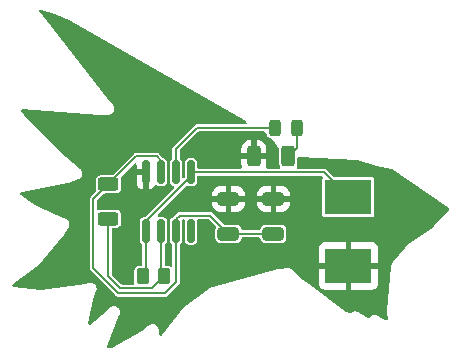
<source format=gbr>
%TF.GenerationSoftware,KiCad,Pcbnew,8.0.7*%
%TF.CreationDate,2025-02-12T01:29:36+05:30*%
%TF.ProjectId,MyNEW_PCB_ART_SJCET,4d794e45-575f-4504-9342-5f4152545f53,rev?*%
%TF.SameCoordinates,Original*%
%TF.FileFunction,Copper,L2,Bot*%
%TF.FilePolarity,Positive*%
%FSLAX46Y46*%
G04 Gerber Fmt 4.6, Leading zero omitted, Abs format (unit mm)*
G04 Created by KiCad (PCBNEW 8.0.7) date 2025-02-12 01:29:36*
%MOMM*%
%LPD*%
G01*
G04 APERTURE LIST*
G04 Aperture macros list*
%AMRoundRect*
0 Rectangle with rounded corners*
0 $1 Rounding radius*
0 $2 $3 $4 $5 $6 $7 $8 $9 X,Y pos of 4 corners*
0 Add a 4 corners polygon primitive as box body*
4,1,4,$2,$3,$4,$5,$6,$7,$8,$9,$2,$3,0*
0 Add four circle primitives for the rounded corners*
1,1,$1+$1,$2,$3*
1,1,$1+$1,$4,$5*
1,1,$1+$1,$6,$7*
1,1,$1+$1,$8,$9*
0 Add four rect primitives between the rounded corners*
20,1,$1+$1,$2,$3,$4,$5,0*
20,1,$1+$1,$4,$5,$6,$7,0*
20,1,$1+$1,$6,$7,$8,$9,0*
20,1,$1+$1,$8,$9,$2,$3,0*%
G04 Aperture macros list end*
%TA.AperFunction,SMDPad,CuDef*%
%ADD10RoundRect,0.250000X0.312500X0.625000X-0.312500X0.625000X-0.312500X-0.625000X0.312500X-0.625000X0*%
%TD*%
%TA.AperFunction,SMDPad,CuDef*%
%ADD11RoundRect,0.250000X0.650000X-0.325000X0.650000X0.325000X-0.650000X0.325000X-0.650000X-0.325000X0*%
%TD*%
%TA.AperFunction,SMDPad,CuDef*%
%ADD12R,4.000000X3.000000*%
%TD*%
%TA.AperFunction,SMDPad,CuDef*%
%ADD13RoundRect,0.250000X-0.262500X-0.450000X0.262500X-0.450000X0.262500X0.450000X-0.262500X0.450000X0*%
%TD*%
%TA.AperFunction,SMDPad,CuDef*%
%ADD14RoundRect,0.150000X-0.150000X0.825000X-0.150000X-0.825000X0.150000X-0.825000X0.150000X0.825000X0*%
%TD*%
%TA.AperFunction,SMDPad,CuDef*%
%ADD15RoundRect,0.250000X-0.625000X0.312500X-0.625000X-0.312500X0.625000X-0.312500X0.625000X0.312500X0*%
%TD*%
%TA.AperFunction,SMDPad,CuDef*%
%ADD16RoundRect,0.243750X0.243750X0.456250X-0.243750X0.456250X-0.243750X-0.456250X0.243750X-0.456250X0*%
%TD*%
%TA.AperFunction,Conductor*%
%ADD17C,0.200000*%
%TD*%
G04 APERTURE END LIST*
D10*
%TO.P,R3,1*%
%TO.N,Net-(D1-K)*%
X189230000Y-87630000D03*
%TO.P,R3,2*%
%TO.N,GND*%
X186305000Y-87630000D03*
%TD*%
D11*
%TO.P,C2,1*%
%TO.N,Net-(U1-THR)*%
X187960000Y-94185000D03*
%TO.P,C2,2*%
%TO.N,GND*%
X187960000Y-91235000D03*
%TD*%
D12*
%TO.P,BT1,1,+*%
%TO.N,+3V3*%
X194310000Y-91059000D03*
%TO.P,BT1,2,-*%
%TO.N,GND*%
X194310000Y-96901000D03*
%TD*%
D13*
%TO.P,R2,1*%
%TO.N,+3V3*%
X176887500Y-97790000D03*
%TO.P,R2,2*%
%TO.N,Net-(U1-DIS)*%
X178712500Y-97790000D03*
%TD*%
D14*
%TO.P,U1,1,GND*%
%TO.N,GND*%
X177165000Y-88965000D03*
%TO.P,U1,2,TR*%
%TO.N,Net-(U1-THR)*%
X178435000Y-88965000D03*
%TO.P,U1,3,Q*%
%TO.N,/OUT*%
X179705000Y-88965000D03*
%TO.P,U1,4,R*%
%TO.N,+3V3*%
X180975000Y-88965000D03*
%TO.P,U1,5,CV*%
%TO.N,unconnected-(U1-CV-Pad5)*%
X180975000Y-93915000D03*
%TO.P,U1,6,THR*%
%TO.N,Net-(U1-THR)*%
X179705000Y-93915000D03*
%TO.P,U1,7,DIS*%
%TO.N,Net-(U1-DIS)*%
X178435000Y-93915000D03*
%TO.P,U1,8,VCC*%
%TO.N,+3V3*%
X177165000Y-93915000D03*
%TD*%
D15*
%TO.P,R1,1*%
%TO.N,Net-(U1-THR)*%
X173990000Y-89977500D03*
%TO.P,R1,2*%
%TO.N,Net-(U1-DIS)*%
X173990000Y-92902500D03*
%TD*%
D11*
%TO.P,C1,1*%
%TO.N,Net-(U1-THR)*%
X184150000Y-94185000D03*
%TO.P,C1,2*%
%TO.N,GND*%
X184150000Y-91235000D03*
%TD*%
D16*
%TO.P,D1,1,K*%
%TO.N,Net-(D1-K)*%
X189957500Y-85200000D03*
%TO.P,D1,2,A*%
%TO.N,/OUT*%
X188082500Y-85200000D03*
%TD*%
D17*
%TO.N,+3V3*%
X177165000Y-97512500D02*
X176887500Y-97790000D01*
X180975000Y-89310552D02*
X180975000Y-88965000D01*
X177165000Y-93915000D02*
X177165000Y-97512500D01*
X192216000Y-88965000D02*
X194310000Y-91059000D01*
X177165000Y-93915000D02*
X177165000Y-93120552D01*
X180975000Y-88965000D02*
X192216000Y-88965000D01*
X177165000Y-93120552D02*
X180975000Y-89310552D01*
%TO.N,Net-(U1-THR)*%
X178074999Y-87630000D02*
X176337500Y-87630000D01*
X173990000Y-89977500D02*
X172720000Y-91247500D01*
X180005001Y-92640000D02*
X182605000Y-92640000D01*
X178809744Y-99190000D02*
X179705000Y-98294744D01*
X172720000Y-97085686D02*
X174824314Y-99190000D01*
X184150000Y-94185000D02*
X187960000Y-94185000D01*
X178435000Y-87990001D02*
X178074999Y-87630000D01*
X179705000Y-98294744D02*
X179705000Y-93915000D01*
X172720000Y-91247500D02*
X172720000Y-97085686D01*
X182605000Y-92640000D02*
X184150000Y-94185000D01*
X174824314Y-99190000D02*
X178809744Y-99190000D01*
X178435000Y-88965000D02*
X178435000Y-87990001D01*
X179705000Y-93915000D02*
X179705000Y-92940001D01*
X179705000Y-92940001D02*
X180005001Y-92640000D01*
X176337500Y-87630000D02*
X173990000Y-89977500D01*
%TO.N,/OUT*%
X181500000Y-85200000D02*
X179705000Y-86995000D01*
X188082500Y-85200000D02*
X181500000Y-85200000D01*
X179705000Y-86995000D02*
X179705000Y-88965000D01*
%TO.N,Net-(D1-K)*%
X189957500Y-86902500D02*
X189230000Y-87630000D01*
X189957500Y-85200000D02*
X189957500Y-86902500D01*
X188937500Y-87337500D02*
X189230000Y-87630000D01*
%TO.N,Net-(U1-DIS)*%
X178435000Y-97512500D02*
X178712500Y-97790000D01*
X173990000Y-92902500D02*
X173990000Y-97790000D01*
X173990000Y-97790000D02*
X174990000Y-98790000D01*
X174990000Y-98790000D02*
X177712500Y-98790000D01*
X178435000Y-93915000D02*
X178435000Y-97512500D01*
X177712500Y-98790000D02*
X178712500Y-97790000D01*
%TD*%
%TA.AperFunction,Conductor*%
%TO.N,GND*%
G36*
X168287509Y-75210421D02*
G01*
X169458053Y-75585042D01*
X169467921Y-75588668D01*
X170612447Y-76065545D01*
X170626402Y-76072418D01*
X185624452Y-84667916D01*
X185672829Y-84718329D01*
X185686270Y-84786893D01*
X185660509Y-84851841D01*
X185603725Y-84892550D01*
X185562795Y-84899500D01*
X181460438Y-84899500D01*
X181422224Y-84909739D01*
X181384009Y-84919979D01*
X181384008Y-84919980D01*
X181333208Y-84949310D01*
X181327943Y-84952349D01*
X181315489Y-84959539D01*
X179464541Y-86810487D01*
X179464535Y-86810495D01*
X179424982Y-86879004D01*
X179424979Y-86879009D01*
X179413915Y-86920301D01*
X179405761Y-86950734D01*
X179404500Y-86955439D01*
X179404500Y-87747002D01*
X179384815Y-87814041D01*
X179352555Y-87847918D01*
X179348516Y-87850801D01*
X179265803Y-87933514D01*
X179214426Y-88038608D01*
X179204500Y-88106739D01*
X179204500Y-89823260D01*
X179214426Y-89891391D01*
X179265803Y-89996485D01*
X179348514Y-90079196D01*
X179348515Y-90079196D01*
X179348517Y-90079198D01*
X179416681Y-90112521D01*
X179453609Y-90130574D01*
X179462807Y-90133416D01*
X179462152Y-90135532D01*
X179513792Y-90159226D01*
X179551462Y-90218071D01*
X179551338Y-90287941D01*
X179520104Y-90340476D01*
X177157400Y-92703181D01*
X177096077Y-92736666D01*
X177069719Y-92739500D01*
X176981739Y-92739500D01*
X176913608Y-92749426D01*
X176808514Y-92800803D01*
X176725803Y-92883514D01*
X176674426Y-92988608D01*
X176664500Y-93056739D01*
X176664500Y-94773260D01*
X176674426Y-94841391D01*
X176725803Y-94946485D01*
X176808512Y-95029194D01*
X176808515Y-95029196D01*
X176808517Y-95029198D01*
X176808518Y-95029198D01*
X176812550Y-95032077D01*
X176855674Y-95087051D01*
X176864500Y-95132997D01*
X176864500Y-96765500D01*
X176844815Y-96832539D01*
X176792011Y-96878294D01*
X176740500Y-96889500D01*
X176570730Y-96889500D01*
X176540300Y-96892353D01*
X176540298Y-96892353D01*
X176412119Y-96937206D01*
X176412117Y-96937207D01*
X176302850Y-97017850D01*
X176222207Y-97127117D01*
X176222206Y-97127119D01*
X176177353Y-97255298D01*
X176177353Y-97255300D01*
X176174500Y-97285730D01*
X176174500Y-98294269D01*
X176177353Y-98324699D01*
X176178964Y-98332073D01*
X176177698Y-98332349D01*
X176180861Y-98394327D01*
X176146130Y-98454954D01*
X176084136Y-98487179D01*
X176060258Y-98489500D01*
X175165833Y-98489500D01*
X175098794Y-98469815D01*
X175078152Y-98453181D01*
X174326819Y-97701848D01*
X174293334Y-97640525D01*
X174290500Y-97614167D01*
X174290500Y-93789500D01*
X174310185Y-93722461D01*
X174362989Y-93676706D01*
X174414500Y-93665500D01*
X174669270Y-93665500D01*
X174699699Y-93662646D01*
X174699701Y-93662646D01*
X174763790Y-93640219D01*
X174827882Y-93617793D01*
X174937150Y-93537150D01*
X175017793Y-93427882D01*
X175053517Y-93325789D01*
X175062646Y-93299701D01*
X175062646Y-93299699D01*
X175065500Y-93269269D01*
X175065500Y-92535730D01*
X175062646Y-92505300D01*
X175062646Y-92505298D01*
X175017793Y-92377119D01*
X175017792Y-92377117D01*
X175005144Y-92359979D01*
X174937150Y-92267850D01*
X174827882Y-92187207D01*
X174827880Y-92187206D01*
X174699700Y-92142353D01*
X174669270Y-92139500D01*
X174669266Y-92139500D01*
X173310734Y-92139500D01*
X173310730Y-92139500D01*
X173280302Y-92142353D01*
X173185454Y-92175542D01*
X173115676Y-92179103D01*
X173055048Y-92144374D01*
X173022821Y-92082381D01*
X173020500Y-92058500D01*
X173020500Y-91423333D01*
X173040185Y-91356294D01*
X173056819Y-91335652D01*
X173615652Y-90776819D01*
X173676975Y-90743334D01*
X173703333Y-90740500D01*
X174669270Y-90740500D01*
X174699699Y-90737646D01*
X174699701Y-90737646D01*
X174763790Y-90715219D01*
X174827882Y-90692793D01*
X174937150Y-90612150D01*
X175017793Y-90502882D01*
X175040811Y-90437100D01*
X175062646Y-90374701D01*
X175062646Y-90374699D01*
X175065500Y-90344269D01*
X175065500Y-89855649D01*
X176365000Y-89855649D01*
X176367899Y-89892489D01*
X176367900Y-89892495D01*
X176413716Y-90050193D01*
X176413717Y-90050196D01*
X176497314Y-90191552D01*
X176497321Y-90191561D01*
X176613438Y-90307678D01*
X176613447Y-90307685D01*
X176754801Y-90391281D01*
X176912514Y-90437100D01*
X176912511Y-90437100D01*
X176914998Y-90437295D01*
X176915000Y-90437295D01*
X176915000Y-89215000D01*
X176365000Y-89215000D01*
X176365000Y-89855649D01*
X175065500Y-89855649D01*
X175065500Y-89610730D01*
X175062646Y-89580300D01*
X175062645Y-89580298D01*
X175023453Y-89468292D01*
X175019891Y-89398513D01*
X175052811Y-89339658D01*
X176153320Y-88239150D01*
X176214642Y-88205666D01*
X176284334Y-88210650D01*
X176340267Y-88252522D01*
X176364684Y-88317986D01*
X176365000Y-88326832D01*
X176365000Y-88715000D01*
X177041000Y-88715000D01*
X177108039Y-88734685D01*
X177153794Y-88787489D01*
X177165000Y-88839000D01*
X177165000Y-88965000D01*
X177291000Y-88965000D01*
X177358039Y-88984685D01*
X177403794Y-89037489D01*
X177415000Y-89089000D01*
X177415000Y-90437295D01*
X177415001Y-90437295D01*
X177417486Y-90437100D01*
X177575198Y-90391281D01*
X177716552Y-90307685D01*
X177716561Y-90307678D01*
X177832678Y-90191561D01*
X177832687Y-90191550D01*
X177884419Y-90104075D01*
X177935487Y-90056391D01*
X178004229Y-90043887D01*
X178068818Y-90070532D01*
X178078337Y-90079070D01*
X178078513Y-90079195D01*
X178078514Y-90079195D01*
X178078517Y-90079198D01*
X178183607Y-90130573D01*
X178203120Y-90133416D01*
X178251739Y-90140500D01*
X178251740Y-90140500D01*
X178618261Y-90140500D01*
X178652357Y-90135532D01*
X178686393Y-90130573D01*
X178791483Y-90079198D01*
X178874198Y-89996483D01*
X178925573Y-89891393D01*
X178935500Y-89823260D01*
X178935500Y-88106740D01*
X178925573Y-88038607D01*
X178874198Y-87933517D01*
X178874196Y-87933515D01*
X178874196Y-87933514D01*
X178791485Y-87850803D01*
X178735498Y-87823433D01*
X178686393Y-87799427D01*
X178686392Y-87799426D01*
X178677742Y-87795198D01*
X178678640Y-87793359D01*
X178640073Y-87770103D01*
X178259511Y-87389541D01*
X178259510Y-87389540D01*
X178233908Y-87374759D01*
X178233908Y-87374757D01*
X178233905Y-87374757D01*
X178190993Y-87349981D01*
X178190990Y-87349979D01*
X178152774Y-87339739D01*
X178114561Y-87329500D01*
X176297938Y-87329500D01*
X176246986Y-87343152D01*
X176221510Y-87349979D01*
X176187662Y-87369521D01*
X176178595Y-87374757D01*
X176178593Y-87374758D01*
X176178591Y-87374759D01*
X176152990Y-87389539D01*
X176152987Y-87389541D01*
X174364348Y-89178181D01*
X174303025Y-89211666D01*
X174276667Y-89214500D01*
X173310730Y-89214500D01*
X173280300Y-89217353D01*
X173280298Y-89217353D01*
X173152119Y-89262206D01*
X173152117Y-89262207D01*
X173042850Y-89342850D01*
X172962207Y-89452117D01*
X172962206Y-89452119D01*
X172917353Y-89580298D01*
X172917353Y-89580300D01*
X172914500Y-89610730D01*
X172914500Y-90344269D01*
X172917353Y-90374696D01*
X172917353Y-90374698D01*
X172917354Y-90374699D01*
X172940782Y-90441654D01*
X172956547Y-90486706D01*
X172960108Y-90556485D01*
X172927186Y-90615342D01*
X172535489Y-91007040D01*
X172479541Y-91062987D01*
X172479535Y-91062995D01*
X172439982Y-91131504D01*
X172439979Y-91131509D01*
X172426326Y-91182462D01*
X172419500Y-91207938D01*
X172419500Y-97125248D01*
X172427428Y-97154835D01*
X172439978Y-97201673D01*
X172457765Y-97232481D01*
X172457764Y-97232481D01*
X172479535Y-97270190D01*
X172479539Y-97270195D01*
X172479540Y-97270197D01*
X174583854Y-99374511D01*
X174639803Y-99430460D01*
X174639805Y-99430461D01*
X174639809Y-99430464D01*
X174674896Y-99450721D01*
X174708325Y-99470021D01*
X174784752Y-99490500D01*
X174784754Y-99490500D01*
X178849304Y-99490500D01*
X178849306Y-99490500D01*
X178925733Y-99470021D01*
X178994255Y-99430460D01*
X179050204Y-99374511D01*
X179945460Y-98479255D01*
X179950230Y-98470993D01*
X179985021Y-98410733D01*
X180005500Y-98334306D01*
X180005500Y-95353155D01*
X191810000Y-95353155D01*
X191810000Y-96651000D01*
X194060000Y-96651000D01*
X194560000Y-96651000D01*
X196810000Y-96651000D01*
X196810000Y-95353172D01*
X196809999Y-95353155D01*
X196803598Y-95293627D01*
X196803596Y-95293620D01*
X196753354Y-95158913D01*
X196753350Y-95158906D01*
X196667190Y-95043812D01*
X196667187Y-95043809D01*
X196552093Y-94957649D01*
X196552086Y-94957645D01*
X196417379Y-94907403D01*
X196417372Y-94907401D01*
X196357844Y-94901000D01*
X194560000Y-94901000D01*
X194560000Y-96651000D01*
X194060000Y-96651000D01*
X194060000Y-94901000D01*
X192262155Y-94901000D01*
X192202627Y-94907401D01*
X192202620Y-94907403D01*
X192067913Y-94957645D01*
X192067906Y-94957649D01*
X191952812Y-95043809D01*
X191952809Y-95043812D01*
X191866649Y-95158906D01*
X191866645Y-95158913D01*
X191816403Y-95293620D01*
X191816401Y-95293627D01*
X191810000Y-95353155D01*
X180005500Y-95353155D01*
X180005500Y-95132997D01*
X180025185Y-95065958D01*
X180057450Y-95032077D01*
X180061477Y-95029200D01*
X180061483Y-95029198D01*
X180144198Y-94946483D01*
X180195573Y-94841393D01*
X180205500Y-94773260D01*
X180205500Y-93064500D01*
X180225185Y-92997461D01*
X180277989Y-92951706D01*
X180329500Y-92940500D01*
X180350500Y-92940500D01*
X180417539Y-92960185D01*
X180463294Y-93012989D01*
X180474500Y-93064500D01*
X180474500Y-94773260D01*
X180484426Y-94841391D01*
X180535803Y-94946485D01*
X180618514Y-95029196D01*
X180618515Y-95029196D01*
X180618517Y-95029198D01*
X180723607Y-95080573D01*
X180757673Y-95085536D01*
X180791739Y-95090500D01*
X180791740Y-95090500D01*
X181158261Y-95090500D01*
X181181932Y-95087051D01*
X181226393Y-95080573D01*
X181331483Y-95029198D01*
X181414198Y-94946483D01*
X181465573Y-94841393D01*
X181475500Y-94773260D01*
X181475500Y-93064500D01*
X181495185Y-92997461D01*
X181547989Y-92951706D01*
X181599500Y-92940500D01*
X182429167Y-92940500D01*
X182496206Y-92960185D01*
X182516848Y-92976819D01*
X183065426Y-93525397D01*
X183098911Y-93586720D01*
X183094787Y-93654032D01*
X183052353Y-93775301D01*
X183049500Y-93805730D01*
X183049500Y-94564269D01*
X183052353Y-94594699D01*
X183052353Y-94594701D01*
X183097206Y-94722880D01*
X183097207Y-94722882D01*
X183177850Y-94832150D01*
X183287118Y-94912793D01*
X183329845Y-94927744D01*
X183415299Y-94957646D01*
X183445730Y-94960500D01*
X183445734Y-94960500D01*
X184854270Y-94960500D01*
X184884699Y-94957646D01*
X184884701Y-94957646D01*
X184948790Y-94935219D01*
X185012882Y-94912793D01*
X185122150Y-94832150D01*
X185202793Y-94722882D01*
X185225219Y-94658790D01*
X185247646Y-94594701D01*
X185249256Y-94587330D01*
X185251379Y-94587793D01*
X185273198Y-94533018D01*
X185330041Y-94492391D01*
X185370802Y-94485500D01*
X186739198Y-94485500D01*
X186806237Y-94505185D01*
X186851992Y-94557989D01*
X186859877Y-94587519D01*
X186860744Y-94587330D01*
X186862353Y-94594701D01*
X186907206Y-94722880D01*
X186907207Y-94722882D01*
X186987850Y-94832150D01*
X187097118Y-94912793D01*
X187139845Y-94927744D01*
X187225299Y-94957646D01*
X187255730Y-94960500D01*
X187255734Y-94960500D01*
X188664270Y-94960500D01*
X188694699Y-94957646D01*
X188694701Y-94957646D01*
X188758790Y-94935219D01*
X188822882Y-94912793D01*
X188932150Y-94832150D01*
X189012793Y-94722882D01*
X189035219Y-94658790D01*
X189057646Y-94594701D01*
X189057646Y-94594699D01*
X189060500Y-94564269D01*
X189060500Y-93805730D01*
X189057646Y-93775300D01*
X189057646Y-93775298D01*
X189018392Y-93663119D01*
X189012793Y-93647118D01*
X188932150Y-93537850D01*
X188822882Y-93457207D01*
X188822880Y-93457206D01*
X188694700Y-93412353D01*
X188664270Y-93409500D01*
X188664266Y-93409500D01*
X187255734Y-93409500D01*
X187255730Y-93409500D01*
X187225300Y-93412353D01*
X187225298Y-93412353D01*
X187097119Y-93457206D01*
X187097117Y-93457207D01*
X186987850Y-93537850D01*
X186907207Y-93647117D01*
X186907206Y-93647119D01*
X186862353Y-93775298D01*
X186860744Y-93782670D01*
X186858620Y-93782206D01*
X186836802Y-93836982D01*
X186779959Y-93877609D01*
X186739198Y-93884500D01*
X185370802Y-93884500D01*
X185303763Y-93864815D01*
X185258008Y-93812011D01*
X185250122Y-93782480D01*
X185249256Y-93782670D01*
X185247646Y-93775298D01*
X185208392Y-93663119D01*
X185202793Y-93647118D01*
X185122150Y-93537850D01*
X185012882Y-93457207D01*
X185012880Y-93457206D01*
X184884700Y-93412353D01*
X184854270Y-93409500D01*
X184854266Y-93409500D01*
X183850833Y-93409500D01*
X183783794Y-93389815D01*
X183763152Y-93373181D01*
X182789513Y-92399541D01*
X182787806Y-92398555D01*
X182780180Y-92394153D01*
X182720989Y-92359979D01*
X182644562Y-92339500D01*
X179965439Y-92339500D01*
X179914487Y-92353152D01*
X179889011Y-92359979D01*
X179862913Y-92375046D01*
X179829821Y-92394153D01*
X179825287Y-92396770D01*
X179820487Y-92399541D01*
X179590852Y-92629178D01*
X179520489Y-92699541D01*
X179507322Y-92712707D01*
X179499921Y-92720108D01*
X179461359Y-92743360D01*
X179462258Y-92745198D01*
X179348514Y-92800803D01*
X179265803Y-92883514D01*
X179214426Y-92988608D01*
X179204500Y-93056739D01*
X179204500Y-94773260D01*
X179214426Y-94841391D01*
X179265803Y-94946485D01*
X179348512Y-95029194D01*
X179348515Y-95029196D01*
X179348517Y-95029198D01*
X179348518Y-95029198D01*
X179352550Y-95032077D01*
X179395674Y-95087051D01*
X179404500Y-95132997D01*
X179404500Y-96851448D01*
X179384815Y-96918487D01*
X179332011Y-96964242D01*
X179262853Y-96974186D01*
X179206867Y-96951218D01*
X179187886Y-96937209D01*
X179187880Y-96937206D01*
X179059700Y-96892353D01*
X179029270Y-96889500D01*
X179029266Y-96889500D01*
X178859500Y-96889500D01*
X178792461Y-96869815D01*
X178746706Y-96817011D01*
X178735500Y-96765500D01*
X178735500Y-95132997D01*
X178755185Y-95065958D01*
X178787450Y-95032077D01*
X178791477Y-95029200D01*
X178791483Y-95029198D01*
X178874198Y-94946483D01*
X178925573Y-94841393D01*
X178935500Y-94773260D01*
X178935500Y-93056740D01*
X178934913Y-93052714D01*
X178925573Y-92988608D01*
X178919810Y-92976819D01*
X178874198Y-92883517D01*
X178874196Y-92883515D01*
X178874196Y-92883514D01*
X178791485Y-92800803D01*
X178686391Y-92749426D01*
X178618261Y-92739500D01*
X178618260Y-92739500D01*
X178270384Y-92739500D01*
X178203345Y-92719815D01*
X178157590Y-92667011D01*
X178147646Y-92597853D01*
X178176671Y-92534297D01*
X178182703Y-92527819D01*
X179100536Y-91609986D01*
X182750001Y-91609986D01*
X182760494Y-91712697D01*
X182815641Y-91879119D01*
X182815643Y-91879124D01*
X182907684Y-92028345D01*
X183031654Y-92152315D01*
X183180875Y-92244356D01*
X183180880Y-92244358D01*
X183347302Y-92299505D01*
X183347309Y-92299506D01*
X183450019Y-92309999D01*
X183899999Y-92309999D01*
X184400000Y-92309999D01*
X184849972Y-92309999D01*
X184849986Y-92309998D01*
X184952697Y-92299505D01*
X185119119Y-92244358D01*
X185119124Y-92244356D01*
X185268345Y-92152315D01*
X185392315Y-92028345D01*
X185484356Y-91879124D01*
X185484358Y-91879119D01*
X185539505Y-91712697D01*
X185539506Y-91712690D01*
X185549999Y-91609986D01*
X186560001Y-91609986D01*
X186570494Y-91712697D01*
X186625641Y-91879119D01*
X186625643Y-91879124D01*
X186717684Y-92028345D01*
X186841654Y-92152315D01*
X186990875Y-92244356D01*
X186990880Y-92244358D01*
X187157302Y-92299505D01*
X187157309Y-92299506D01*
X187260019Y-92309999D01*
X187709999Y-92309999D01*
X188210000Y-92309999D01*
X188659972Y-92309999D01*
X188659986Y-92309998D01*
X188762697Y-92299505D01*
X188929119Y-92244358D01*
X188929124Y-92244356D01*
X189078345Y-92152315D01*
X189202315Y-92028345D01*
X189294356Y-91879124D01*
X189294358Y-91879119D01*
X189349505Y-91712697D01*
X189349506Y-91712690D01*
X189359999Y-91609986D01*
X189360000Y-91609973D01*
X189360000Y-91485000D01*
X188210000Y-91485000D01*
X188210000Y-92309999D01*
X187709999Y-92309999D01*
X187710000Y-92309998D01*
X187710000Y-91485000D01*
X186560001Y-91485000D01*
X186560001Y-91609986D01*
X185549999Y-91609986D01*
X185550000Y-91609973D01*
X185550000Y-91485000D01*
X184400000Y-91485000D01*
X184400000Y-92309999D01*
X183899999Y-92309999D01*
X183900000Y-92309998D01*
X183900000Y-91485000D01*
X182750001Y-91485000D01*
X182750001Y-91609986D01*
X179100536Y-91609986D01*
X179354228Y-91356294D01*
X179850509Y-90860013D01*
X182750000Y-90860013D01*
X182750000Y-90985000D01*
X183900000Y-90985000D01*
X184400000Y-90985000D01*
X185549999Y-90985000D01*
X185549999Y-90860028D01*
X185549998Y-90860013D01*
X186560000Y-90860013D01*
X186560000Y-90985000D01*
X187710000Y-90985000D01*
X188210000Y-90985000D01*
X189359999Y-90985000D01*
X189359999Y-90860028D01*
X189359998Y-90860013D01*
X189349505Y-90757302D01*
X189294358Y-90590880D01*
X189294356Y-90590875D01*
X189202315Y-90441654D01*
X189078345Y-90317684D01*
X188929124Y-90225643D01*
X188929119Y-90225641D01*
X188762697Y-90170494D01*
X188762690Y-90170493D01*
X188659986Y-90160000D01*
X188210000Y-90160000D01*
X188210000Y-90985000D01*
X187710000Y-90985000D01*
X187710000Y-90160000D01*
X187260028Y-90160000D01*
X187260012Y-90160001D01*
X187157302Y-90170494D01*
X186990880Y-90225641D01*
X186990875Y-90225643D01*
X186841654Y-90317684D01*
X186717684Y-90441654D01*
X186625643Y-90590875D01*
X186625641Y-90590880D01*
X186570494Y-90757302D01*
X186570493Y-90757309D01*
X186560000Y-90860013D01*
X185549998Y-90860013D01*
X185539505Y-90757302D01*
X185484358Y-90590880D01*
X185484356Y-90590875D01*
X185392315Y-90441654D01*
X185268345Y-90317684D01*
X185119124Y-90225643D01*
X185119119Y-90225641D01*
X184952697Y-90170494D01*
X184952690Y-90170493D01*
X184849986Y-90160000D01*
X184400000Y-90160000D01*
X184400000Y-90985000D01*
X183900000Y-90985000D01*
X183900000Y-90160000D01*
X183450028Y-90160000D01*
X183450012Y-90160001D01*
X183347302Y-90170494D01*
X183180880Y-90225641D01*
X183180875Y-90225643D01*
X183031654Y-90317684D01*
X182907684Y-90441654D01*
X182815643Y-90590875D01*
X182815641Y-90590880D01*
X182760494Y-90757302D01*
X182760493Y-90757309D01*
X182750000Y-90860013D01*
X179850509Y-90860013D01*
X180564517Y-90146004D01*
X180625838Y-90112521D01*
X180695530Y-90117505D01*
X180706652Y-90122284D01*
X180723607Y-90130573D01*
X180743120Y-90133416D01*
X180791739Y-90140500D01*
X180791740Y-90140500D01*
X181158261Y-90140500D01*
X181192357Y-90135532D01*
X181226393Y-90130573D01*
X181331483Y-90079198D01*
X181414198Y-89996483D01*
X181465573Y-89891393D01*
X181475500Y-89823260D01*
X181475500Y-89389500D01*
X181495185Y-89322461D01*
X181547989Y-89276706D01*
X181599500Y-89265500D01*
X192032983Y-89265500D01*
X192100022Y-89285185D01*
X192145777Y-89337989D01*
X192155721Y-89407147D01*
X192136086Y-89458390D01*
X192121132Y-89480770D01*
X192121131Y-89480770D01*
X192109500Y-89539247D01*
X192109500Y-92578752D01*
X192121131Y-92637229D01*
X192121132Y-92637230D01*
X192165447Y-92703552D01*
X192231769Y-92747867D01*
X192231770Y-92747868D01*
X192290247Y-92759499D01*
X192290250Y-92759500D01*
X192290252Y-92759500D01*
X196329750Y-92759500D01*
X196329751Y-92759499D01*
X196344568Y-92756552D01*
X196388229Y-92747868D01*
X196388229Y-92747867D01*
X196388231Y-92747867D01*
X196454552Y-92703552D01*
X196498867Y-92637231D01*
X196498867Y-92637229D01*
X196498868Y-92637229D01*
X196510499Y-92578752D01*
X196510500Y-92578750D01*
X196510500Y-89539249D01*
X196510499Y-89539247D01*
X196498868Y-89480770D01*
X196498867Y-89480769D01*
X196454552Y-89414447D01*
X196388230Y-89370132D01*
X196388229Y-89370131D01*
X196329752Y-89358500D01*
X196329748Y-89358500D01*
X193085833Y-89358500D01*
X193018794Y-89338815D01*
X192998152Y-89322181D01*
X192400511Y-88724540D01*
X192393200Y-88720319D01*
X192331991Y-88684980D01*
X192331990Y-88684979D01*
X192306513Y-88678152D01*
X192255562Y-88664500D01*
X192255560Y-88664500D01*
X190045813Y-88664500D01*
X189978774Y-88644815D01*
X189933019Y-88592011D01*
X189923075Y-88522853D01*
X189942021Y-88476667D01*
X189940949Y-88476101D01*
X189945289Y-88467887D01*
X189945293Y-88467882D01*
X189970941Y-88394584D01*
X189990146Y-88339701D01*
X189990146Y-88339699D01*
X189993000Y-88309269D01*
X189993000Y-87787436D01*
X190012685Y-87720397D01*
X190065489Y-87674642D01*
X190123231Y-87663593D01*
X195006188Y-87909410D01*
X195046516Y-87918329D01*
X195145192Y-87958317D01*
X195163478Y-87967555D01*
X195175496Y-87974932D01*
X195209843Y-87985133D01*
X195221074Y-87989067D01*
X195254264Y-88002518D01*
X195268253Y-88004250D01*
X195288305Y-88008439D01*
X196464214Y-88357726D01*
X196487438Y-88367277D01*
X196489495Y-88368379D01*
X196515278Y-88374409D01*
X196535716Y-88379190D01*
X196542784Y-88381064D01*
X196588303Y-88394586D01*
X196590632Y-88394648D01*
X196615536Y-88397861D01*
X197954443Y-88711048D01*
X197995591Y-88729024D01*
X202805026Y-91976844D01*
X202849567Y-92030676D01*
X202857934Y-92100043D01*
X202827910Y-92162434D01*
X201579411Y-93553428D01*
X201558166Y-93572238D01*
X199270939Y-95170799D01*
X199258841Y-95177319D01*
X199259169Y-95177906D01*
X199252072Y-95181865D01*
X199206663Y-95215655D01*
X199203676Y-95217810D01*
X199157274Y-95250241D01*
X199151729Y-95255313D01*
X199146350Y-95260537D01*
X199111227Y-95304936D01*
X199108901Y-95307788D01*
X199072480Y-95351119D01*
X199068107Y-95357970D01*
X199067539Y-95357607D01*
X199060314Y-95369299D01*
X198084767Y-96602550D01*
X198066739Y-96621012D01*
X198066338Y-96621344D01*
X198066328Y-96621355D01*
X198037842Y-96661588D01*
X198033895Y-96666860D01*
X198003327Y-96705504D01*
X198003121Y-96705983D01*
X197990485Y-96728478D01*
X197990179Y-96728908D01*
X197973073Y-96775155D01*
X197970625Y-96781270D01*
X197951103Y-96826503D01*
X197951102Y-96826503D01*
X197951026Y-96827028D01*
X197944649Y-96852005D01*
X197944466Y-96852498D01*
X197944463Y-96852513D01*
X197939912Y-96901583D01*
X197939129Y-96908126D01*
X197931976Y-96956891D01*
X197932036Y-96957401D01*
X197932341Y-96983216D01*
X197587790Y-100698447D01*
X197587171Y-100703837D01*
X197580077Y-100755585D01*
X197580033Y-100763714D01*
X197579946Y-100763713D01*
X197580043Y-100769576D01*
X197580129Y-100769573D01*
X197580441Y-100777695D01*
X197589240Y-100829167D01*
X197590038Y-100834538D01*
X197657581Y-101369859D01*
X197646443Y-101438835D01*
X197599782Y-101490840D01*
X197532412Y-101509362D01*
X197479996Y-101496733D01*
X197387193Y-101451262D01*
X197378297Y-101446443D01*
X197234794Y-101360966D01*
X196811574Y-101108877D01*
X196806401Y-101105619D01*
X196764443Y-101077708D01*
X196764442Y-101077707D01*
X196764438Y-101077705D01*
X196762376Y-101076694D01*
X196743766Y-101068131D01*
X196741613Y-101067204D01*
X196693185Y-101053519D01*
X196687291Y-101051694D01*
X196672226Y-101046615D01*
X196639566Y-101035603D01*
X196639564Y-101035602D01*
X196639559Y-101035601D01*
X196637295Y-101035155D01*
X196617134Y-101031706D01*
X196614797Y-101031366D01*
X196611613Y-101031322D01*
X196564437Y-101030679D01*
X196558304Y-101030443D01*
X196508046Y-101027252D01*
X196505730Y-101027409D01*
X196485330Y-101029299D01*
X196483020Y-101029572D01*
X196434226Y-101041936D01*
X196428209Y-101043302D01*
X196378847Y-101053226D01*
X196376699Y-101053960D01*
X196357450Y-101061077D01*
X196355276Y-101061944D01*
X196311351Y-101086511D01*
X196305901Y-101089384D01*
X196273991Y-101105203D01*
X196260773Y-101111756D01*
X196260772Y-101111757D01*
X196258855Y-101113043D01*
X196242102Y-101124902D01*
X196240264Y-101126273D01*
X196204200Y-101161368D01*
X196199673Y-101165558D01*
X196161872Y-101198846D01*
X196160351Y-101200588D01*
X196147259Y-101216355D01*
X196145814Y-101218186D01*
X196125610Y-101252106D01*
X196074391Y-101299628D01*
X196005610Y-101311916D01*
X195957276Y-101296151D01*
X195556667Y-101065849D01*
X195556150Y-101065550D01*
X195345377Y-100943025D01*
X195183136Y-100848712D01*
X195164261Y-100835229D01*
X195158817Y-100830512D01*
X195158815Y-100830511D01*
X195158814Y-100830510D01*
X195120442Y-100811871D01*
X195112307Y-100807539D01*
X195096138Y-100798140D01*
X195075431Y-100786102D01*
X195068482Y-100784218D01*
X195046762Y-100776080D01*
X195040284Y-100772933D01*
X195040279Y-100772931D01*
X195040278Y-100772931D01*
X194998393Y-100764858D01*
X194989417Y-100762780D01*
X194967655Y-100756880D01*
X194948238Y-100751615D01*
X194941037Y-100751594D01*
X194917952Y-100749356D01*
X194910875Y-100747992D01*
X194868328Y-100751036D01*
X194859113Y-100751351D01*
X194816462Y-100751224D01*
X194816455Y-100751225D01*
X194809484Y-100753070D01*
X194786625Y-100756880D01*
X194779428Y-100757395D01*
X194739123Y-100771345D01*
X194730311Y-100774032D01*
X194689066Y-100784954D01*
X194689060Y-100784956D01*
X194682810Y-100788540D01*
X194661706Y-100798140D01*
X194654893Y-100800498D01*
X194619563Y-100824410D01*
X194611748Y-100829286D01*
X194574738Y-100850509D01*
X194574737Y-100850510D01*
X194569625Y-100855592D01*
X194551720Y-100870330D01*
X194545760Y-100874363D01*
X194545755Y-100874368D01*
X194541689Y-100879061D01*
X194482909Y-100916834D01*
X194413039Y-100916831D01*
X194404303Y-100913908D01*
X194142917Y-100815537D01*
X194112099Y-100798613D01*
X190985277Y-98448844D01*
X191810000Y-98448844D01*
X191816401Y-98508372D01*
X191816403Y-98508379D01*
X191866645Y-98643086D01*
X191866649Y-98643093D01*
X191952809Y-98758187D01*
X191952812Y-98758190D01*
X192067906Y-98844350D01*
X192067913Y-98844354D01*
X192202620Y-98894596D01*
X192202627Y-98894598D01*
X192262155Y-98900999D01*
X192262172Y-98901000D01*
X194060000Y-98901000D01*
X194560000Y-98901000D01*
X196357828Y-98901000D01*
X196357844Y-98900999D01*
X196417372Y-98894598D01*
X196417379Y-98894596D01*
X196552086Y-98844354D01*
X196552093Y-98844350D01*
X196667187Y-98758190D01*
X196667190Y-98758187D01*
X196753350Y-98643093D01*
X196753354Y-98643086D01*
X196803596Y-98508379D01*
X196803598Y-98508372D01*
X196809999Y-98448844D01*
X196810000Y-98448827D01*
X196810000Y-97151000D01*
X194560000Y-97151000D01*
X194560000Y-98901000D01*
X194060000Y-98901000D01*
X194060000Y-97151000D01*
X191810000Y-97151000D01*
X191810000Y-98448844D01*
X190985277Y-98448844D01*
X190245404Y-97892838D01*
X190233797Y-97882942D01*
X189586106Y-97257981D01*
X189570958Y-97240334D01*
X189566882Y-97234569D01*
X189566878Y-97234565D01*
X189533981Y-97207215D01*
X189527154Y-97201098D01*
X189496359Y-97171384D01*
X189496353Y-97171380D01*
X189490167Y-97167954D01*
X189470978Y-97154835D01*
X189465545Y-97150318D01*
X189465541Y-97150316D01*
X189426679Y-97132408D01*
X189418505Y-97128269D01*
X189381068Y-97107538D01*
X189381059Y-97107535D01*
X189374199Y-97105827D01*
X189352271Y-97098123D01*
X189345852Y-97095165D01*
X189303679Y-97087926D01*
X189294711Y-97086043D01*
X189253193Y-97075709D01*
X189253180Y-97075708D01*
X189246110Y-97075834D01*
X189222942Y-97074069D01*
X189215966Y-97072872D01*
X189173358Y-97076794D01*
X189164212Y-97077296D01*
X189121426Y-97078061D01*
X189121420Y-97078062D01*
X189114619Y-97080015D01*
X189091773Y-97084307D01*
X188496490Y-97139118D01*
X188485335Y-97139640D01*
X188447599Y-97139705D01*
X188447596Y-97139705D01*
X188435855Y-97142872D01*
X188414942Y-97146627D01*
X188402830Y-97147742D01*
X188402827Y-97147743D01*
X188367434Y-97160807D01*
X188356793Y-97164199D01*
X182851613Y-98649241D01*
X182832087Y-98652861D01*
X182816457Y-98654478D01*
X182816452Y-98654480D01*
X182784500Y-98666685D01*
X182772551Y-98670568D01*
X182739542Y-98679472D01*
X182739539Y-98679474D01*
X182725946Y-98687352D01*
X182708025Y-98695900D01*
X182693351Y-98701506D01*
X182693346Y-98701508D01*
X182665650Y-98721561D01*
X182655116Y-98728402D01*
X182625522Y-98745555D01*
X182625517Y-98745559D01*
X182614428Y-98756686D01*
X182599323Y-98769587D01*
X180619384Y-100203186D01*
X180616576Y-100204958D01*
X180559309Y-100246683D01*
X180559013Y-100246898D01*
X180506200Y-100285138D01*
X180505900Y-100285425D01*
X180505553Y-100285755D01*
X180505147Y-100286138D01*
X180464424Y-100336567D01*
X180464192Y-100336853D01*
X180419276Y-100392136D01*
X180417358Y-100394848D01*
X178497827Y-102771846D01*
X178440393Y-102811636D01*
X178370566Y-102814058D01*
X178310513Y-102778344D01*
X178279565Y-102717245D01*
X178257873Y-102603874D01*
X178256007Y-102589761D01*
X178238217Y-102349684D01*
X178238746Y-102325876D01*
X178239412Y-102320289D01*
X178233090Y-102276486D01*
X178232161Y-102267966D01*
X178228894Y-102223865D01*
X178227043Y-102218561D01*
X178221391Y-102195416D01*
X178220589Y-102189856D01*
X178203147Y-102149185D01*
X178200053Y-102141220D01*
X178185473Y-102099439D01*
X178182312Y-102094794D01*
X178170860Y-102073899D01*
X178168648Y-102068740D01*
X178141280Y-102033976D01*
X178136224Y-102027074D01*
X178111328Y-101990493D01*
X178111324Y-101990490D01*
X178111324Y-101990489D01*
X178107076Y-101986827D01*
X178090602Y-101969603D01*
X178087132Y-101965194D01*
X178087130Y-101965193D01*
X178072327Y-101954124D01*
X178051696Y-101938696D01*
X178045014Y-101933329D01*
X178011510Y-101904448D01*
X178006447Y-101902004D01*
X177986089Y-101889638D01*
X177981588Y-101886272D01*
X177981589Y-101886272D01*
X177940525Y-101869858D01*
X177932657Y-101866392D01*
X177892825Y-101847169D01*
X177892818Y-101847166D01*
X177887293Y-101846116D01*
X177864439Y-101839444D01*
X177859223Y-101837359D01*
X177843515Y-101835489D01*
X177815291Y-101832129D01*
X177806818Y-101830820D01*
X177792498Y-101828099D01*
X177763362Y-101822561D01*
X177763359Y-101822561D01*
X177757743Y-101822976D01*
X177733948Y-101822447D01*
X177728359Y-101821782D01*
X177728357Y-101821782D01*
X177728355Y-101821782D01*
X177684572Y-101828099D01*
X177676034Y-101829031D01*
X177631933Y-101832300D01*
X177631931Y-101832300D01*
X177626629Y-101834151D01*
X177603498Y-101839800D01*
X177602201Y-101839987D01*
X177597923Y-101840605D01*
X177557270Y-101858039D01*
X177549258Y-101861151D01*
X177507510Y-101875720D01*
X177507504Y-101875723D01*
X177502859Y-101878885D01*
X177481980Y-101890328D01*
X177476808Y-101892546D01*
X177442052Y-101919907D01*
X177435123Y-101924983D01*
X177398563Y-101949866D01*
X177398559Y-101949869D01*
X177394892Y-101954124D01*
X177377679Y-101970586D01*
X176867984Y-102371849D01*
X176851761Y-102382669D01*
X174253398Y-103834385D01*
X174205736Y-103849471D01*
X173974802Y-103873471D01*
X173906087Y-103860821D01*
X173855119Y-103813030D01*
X173838079Y-103745270D01*
X173846683Y-103704509D01*
X174898368Y-101046943D01*
X174906146Y-101032191D01*
X174906117Y-101032177D01*
X174909742Y-101024905D01*
X174909743Y-101024901D01*
X174909745Y-101024899D01*
X174926615Y-100975900D01*
X174928538Y-100970702D01*
X174947596Y-100922547D01*
X174947596Y-100922539D01*
X174949574Y-100914663D01*
X174949608Y-100914671D01*
X174951064Y-100908263D01*
X174951029Y-100908256D01*
X174952647Y-100900303D01*
X174952650Y-100900295D01*
X174956263Y-100848615D01*
X174956781Y-100843040D01*
X174957764Y-100834538D01*
X174962721Y-100791633D01*
X174962592Y-100783506D01*
X174962625Y-100783505D01*
X174962373Y-100776939D01*
X174962340Y-100776942D01*
X174961843Y-100768836D01*
X174961844Y-100768831D01*
X174951961Y-100717987D01*
X174951020Y-100712490D01*
X174943448Y-100661267D01*
X174943447Y-100661265D01*
X174943447Y-100661263D01*
X174941220Y-100653450D01*
X174941252Y-100653440D01*
X174939308Y-100647162D01*
X174939276Y-100647173D01*
X174936696Y-100639460D01*
X174913992Y-100592911D01*
X174911648Y-100587817D01*
X174891089Y-100540328D01*
X174886916Y-100533359D01*
X174886944Y-100533341D01*
X174883444Y-100527783D01*
X174883417Y-100527802D01*
X174878930Y-100521023D01*
X174844945Y-100481927D01*
X174841398Y-100477656D01*
X174809215Y-100437065D01*
X174809210Y-100437061D01*
X174803380Y-100431413D01*
X174803402Y-100431389D01*
X174798577Y-100426921D01*
X174798556Y-100426946D01*
X174792470Y-100421561D01*
X174752866Y-100394848D01*
X174749527Y-100392595D01*
X174744965Y-100389366D01*
X174703403Y-100358510D01*
X174696305Y-100354562D01*
X174696321Y-100354532D01*
X174690502Y-100351465D01*
X174690488Y-100351494D01*
X174683219Y-100347869D01*
X174634250Y-100331008D01*
X174629012Y-100329071D01*
X174580864Y-100310018D01*
X174580863Y-100310017D01*
X174580861Y-100310017D01*
X174572975Y-100308038D01*
X174572982Y-100308006D01*
X174566579Y-100306551D01*
X174566573Y-100306584D01*
X174558611Y-100304963D01*
X174506951Y-100301350D01*
X174501375Y-100300833D01*
X174449946Y-100294892D01*
X174441825Y-100295021D01*
X174441824Y-100294989D01*
X174435261Y-100295242D01*
X174435263Y-100295273D01*
X174427154Y-100295769D01*
X174376288Y-100305655D01*
X174370770Y-100306598D01*
X174319588Y-100314165D01*
X174311772Y-100316394D01*
X174311762Y-100316362D01*
X174305483Y-100318306D01*
X174305494Y-100318337D01*
X174297789Y-100320914D01*
X174297787Y-100320915D01*
X174297784Y-100320916D01*
X174297782Y-100320917D01*
X174251243Y-100343614D01*
X174246158Y-100345954D01*
X174198646Y-100366525D01*
X174191675Y-100370699D01*
X174191659Y-100370672D01*
X174186099Y-100374174D01*
X174186117Y-100374200D01*
X174179341Y-100378685D01*
X174140268Y-100412649D01*
X174135961Y-100416225D01*
X174095382Y-100448399D01*
X174089731Y-100454233D01*
X174089708Y-100454210D01*
X174078370Y-100466454D01*
X172833253Y-101548808D01*
X172822160Y-101557360D01*
X172775969Y-101598590D01*
X172774751Y-101599662D01*
X172727822Y-101640458D01*
X172717918Y-101650405D01*
X172489840Y-101853984D01*
X172426718Y-101883940D01*
X172357421Y-101875015D01*
X172303950Y-101830041D01*
X172283281Y-101763298D01*
X172286072Y-101735254D01*
X172715291Y-99751875D01*
X172718492Y-99739987D01*
X172941633Y-99049973D01*
X172952034Y-99026472D01*
X172952452Y-99025744D01*
X172964978Y-98978372D01*
X172966856Y-98971979D01*
X172981922Y-98925393D01*
X172981965Y-98924550D01*
X172985926Y-98899159D01*
X172986143Y-98898339D01*
X172985982Y-98849381D01*
X172986142Y-98842659D01*
X172988636Y-98793780D01*
X172988458Y-98792952D01*
X172985714Y-98767403D01*
X172985711Y-98766558D01*
X172985711Y-98766556D01*
X172972883Y-98719300D01*
X172971298Y-98712764D01*
X172967689Y-98695900D01*
X172961058Y-98664915D01*
X172960676Y-98664169D01*
X172951406Y-98640185D01*
X172951186Y-98639375D01*
X172951186Y-98639374D01*
X172937179Y-98615297D01*
X172926568Y-98597055D01*
X172923351Y-98591164D01*
X172901066Y-98547576D01*
X172901064Y-98547574D01*
X172900497Y-98546946D01*
X172885350Y-98526200D01*
X172884920Y-98525460D01*
X172863426Y-98504108D01*
X172850176Y-98490945D01*
X172845557Y-98486100D01*
X172812750Y-98449765D01*
X172812749Y-98449764D01*
X172812038Y-98449304D01*
X172792032Y-98433180D01*
X172791432Y-98432584D01*
X172791431Y-98432583D01*
X172753305Y-98410737D01*
X172748956Y-98408245D01*
X172743217Y-98404746D01*
X172702126Y-98378143D01*
X172702124Y-98378142D01*
X172701644Y-98377987D01*
X172701306Y-98377878D01*
X172677825Y-98367488D01*
X172677089Y-98367066D01*
X172677083Y-98367064D01*
X172629748Y-98354545D01*
X172623299Y-98352651D01*
X172576738Y-98337594D01*
X172576732Y-98337593D01*
X172575870Y-98337549D01*
X172550516Y-98333593D01*
X172549681Y-98333372D01*
X172500734Y-98333532D01*
X172494015Y-98333372D01*
X172445121Y-98330878D01*
X172444279Y-98331059D01*
X172418753Y-98333802D01*
X172417898Y-98333804D01*
X172417895Y-98333805D01*
X172370656Y-98346627D01*
X172364130Y-98348210D01*
X172316262Y-98358456D01*
X172316254Y-98358459D01*
X172315490Y-98358850D01*
X172291540Y-98368106D01*
X172125941Y-98413060D01*
X172109235Y-98416383D01*
X168294742Y-98905777D01*
X168266161Y-98906123D01*
X165943899Y-98665106D01*
X165879250Y-98638606D01*
X165839191Y-98581360D01*
X165836440Y-98511545D01*
X165871870Y-98451325D01*
X165883939Y-98441359D01*
X167886908Y-96990190D01*
X167889166Y-96988595D01*
X167937418Y-96955354D01*
X167937427Y-96955343D01*
X167941868Y-96951335D01*
X167946207Y-96947229D01*
X167946212Y-96947226D01*
X167983122Y-96901768D01*
X167984910Y-96899618D01*
X170115141Y-94399746D01*
X170127464Y-94387208D01*
X170143576Y-94372989D01*
X170159299Y-94349296D01*
X170168229Y-94337447D01*
X170186676Y-94315800D01*
X170195902Y-94296398D01*
X170204562Y-94281092D01*
X170588257Y-93702930D01*
X170594219Y-93694703D01*
X170619145Y-93663115D01*
X170622952Y-93654264D01*
X170633545Y-93634689D01*
X170638874Y-93626661D01*
X170651691Y-93588507D01*
X170655308Y-93579044D01*
X170671221Y-93542056D01*
X170672608Y-93532513D01*
X170677773Y-93510874D01*
X170680843Y-93501738D01*
X170683347Y-93461594D01*
X170684397Y-93451467D01*
X170686785Y-93435051D01*
X170690190Y-93411644D01*
X170689060Y-93402067D01*
X170688448Y-93379833D01*
X170689049Y-93370210D01*
X170681075Y-93330770D01*
X170679472Y-93320740D01*
X170674760Y-93280767D01*
X170671190Y-93271807D01*
X170664844Y-93250488D01*
X170662933Y-93241037D01*
X170645029Y-93205019D01*
X170640873Y-93195720D01*
X170625981Y-93158342D01*
X170620216Y-93150614D01*
X170608569Y-93131665D01*
X170604276Y-93123030D01*
X170604276Y-93123029D01*
X170591336Y-93108368D01*
X170577652Y-93092861D01*
X170571234Y-93084957D01*
X170557493Y-93066538D01*
X170547180Y-93052714D01*
X170539606Y-93046738D01*
X170523455Y-93031452D01*
X170517074Y-93024222D01*
X170483553Y-93001976D01*
X170475311Y-92996005D01*
X170465937Y-92988608D01*
X170443724Y-92971080D01*
X170439123Y-92969101D01*
X170434861Y-92967267D01*
X170415302Y-92956681D01*
X170407269Y-92951350D01*
X170369135Y-92938538D01*
X170359628Y-92934903D01*
X169408104Y-92525588D01*
X169402997Y-92523252D01*
X167787094Y-91739619D01*
X167769846Y-91729460D01*
X167750852Y-91716096D01*
X167261766Y-91371971D01*
X166558159Y-90876907D01*
X166514659Y-90822230D01*
X166507624Y-90752716D01*
X166539289Y-90690433D01*
X166599599Y-90655157D01*
X166616585Y-90652170D01*
X166654358Y-90648213D01*
X166665428Y-90643967D01*
X166685965Y-90638062D01*
X170526844Y-89885073D01*
X170537112Y-89883505D01*
X170576523Y-89879171D01*
X170586064Y-89875455D01*
X170607208Y-89869318D01*
X170617256Y-89867349D01*
X170652872Y-89849906D01*
X170662381Y-89845735D01*
X171450345Y-89538891D01*
X171453271Y-89537796D01*
X171507692Y-89518218D01*
X171507700Y-89518211D01*
X171513499Y-89515221D01*
X171519264Y-89512054D01*
X171519271Y-89512052D01*
X171565935Y-89477802D01*
X171568372Y-89476061D01*
X171615922Y-89443029D01*
X171615924Y-89443026D01*
X171615926Y-89443025D01*
X171620782Y-89438608D01*
X171625506Y-89434081D01*
X171625511Y-89434078D01*
X171656709Y-89395167D01*
X171661652Y-89389003D01*
X171663674Y-89386545D01*
X171701005Y-89342392D01*
X171701006Y-89342388D01*
X171701008Y-89342387D01*
X171704533Y-89336899D01*
X171707946Y-89331269D01*
X171707946Y-89331266D01*
X171707950Y-89331263D01*
X171731221Y-89278304D01*
X171732532Y-89275428D01*
X171738758Y-89262207D01*
X171757142Y-89223162D01*
X171757143Y-89223154D01*
X171759135Y-89216917D01*
X171760968Y-89210618D01*
X171760970Y-89210615D01*
X171769739Y-89153457D01*
X171770257Y-89150353D01*
X171780506Y-89093466D01*
X171780506Y-89093462D01*
X171780816Y-89086910D01*
X171780957Y-89080360D01*
X171780956Y-89080357D01*
X171780957Y-89080355D01*
X171774629Y-89022833D01*
X171774333Y-89019773D01*
X171769507Y-88962141D01*
X171769505Y-88962135D01*
X171769505Y-88962134D01*
X171768116Y-88955757D01*
X171766549Y-88949363D01*
X171766549Y-88949361D01*
X171745563Y-88895471D01*
X171744476Y-88892569D01*
X171724894Y-88838138D01*
X171721898Y-88832332D01*
X171718726Y-88826556D01*
X171684532Y-88779967D01*
X171682690Y-88777389D01*
X171649705Y-88729908D01*
X171649702Y-88729906D01*
X171649702Y-88729905D01*
X171645268Y-88725030D01*
X171640758Y-88720323D01*
X171640755Y-88720320D01*
X171640754Y-88720319D01*
X171595614Y-88684124D01*
X171593169Y-88682110D01*
X170398745Y-87672303D01*
X170391887Y-87666051D01*
X167597596Y-84919979D01*
X166823724Y-84159461D01*
X166807517Y-84139880D01*
X166590804Y-83815321D01*
X166569948Y-83748640D01*
X166588454Y-83681266D01*
X166640448Y-83634592D01*
X166703832Y-83622862D01*
X173306879Y-84151955D01*
X173316305Y-84153076D01*
X173357742Y-84159620D01*
X173365613Y-84158788D01*
X173388530Y-84158499D01*
X173396428Y-84159132D01*
X173437696Y-84151543D01*
X173447053Y-84150190D01*
X173991837Y-84092676D01*
X174010296Y-84092112D01*
X174029519Y-84092958D01*
X174059479Y-84086325D01*
X174073248Y-84084082D01*
X174103756Y-84080862D01*
X174121716Y-84073957D01*
X174139400Y-84068634D01*
X174158188Y-84064476D01*
X174185412Y-84050314D01*
X174198133Y-84044583D01*
X174226765Y-84033578D01*
X174242323Y-84022262D01*
X174258038Y-84012537D01*
X174258448Y-84012323D01*
X174275101Y-84003662D01*
X174297743Y-83982926D01*
X174308514Y-83974125D01*
X174333345Y-83956068D01*
X174345445Y-83941109D01*
X174358099Y-83927656D01*
X174372291Y-83914661D01*
X174388783Y-83888790D01*
X174396941Y-83877457D01*
X174416232Y-83853614D01*
X174424046Y-83836038D01*
X174432789Y-83819764D01*
X174443135Y-83803538D01*
X174452370Y-83774277D01*
X174457317Y-83761221D01*
X174469776Y-83733204D01*
X174469776Y-83733203D01*
X174469778Y-83733199D01*
X174472778Y-83714195D01*
X174477012Y-83696212D01*
X174481730Y-83681266D01*
X174482803Y-83677867D01*
X174484151Y-83647209D01*
X174485546Y-83633338D01*
X174490333Y-83603027D01*
X174488312Y-83583892D01*
X174487748Y-83565427D01*
X174488594Y-83546209D01*
X174481961Y-83516249D01*
X174479716Y-83502464D01*
X174476498Y-83471973D01*
X174476498Y-83471972D01*
X174469593Y-83454010D01*
X174464269Y-83436322D01*
X174463264Y-83431780D01*
X174460112Y-83417540D01*
X174445951Y-83390317D01*
X174440218Y-83377591D01*
X174429214Y-83348962D01*
X174429210Y-83348956D01*
X174417900Y-83333404D01*
X174408175Y-83317691D01*
X174399301Y-83300630D01*
X174399297Y-83300625D01*
X174378578Y-83277999D01*
X174369744Y-83267189D01*
X174351704Y-83242383D01*
X174351701Y-83242381D01*
X174351701Y-83242380D01*
X174336744Y-83230279D01*
X174323290Y-83217624D01*
X173944009Y-82803446D01*
X173937816Y-82796135D01*
X173857854Y-82693985D01*
X168152073Y-75404952D01*
X168126251Y-75340031D01*
X168139628Y-75271454D01*
X168187957Y-75220995D01*
X168255894Y-75204675D01*
X168287509Y-75210421D01*
G37*
%TD.AperFunction*%
%TA.AperFunction,Conductor*%
G36*
X187105848Y-85516915D02*
G01*
X187335988Y-85648810D01*
X187384362Y-85699219D01*
X187394229Y-85732728D01*
X187395705Y-85732406D01*
X187397315Y-85739781D01*
X187441544Y-85866178D01*
X187441545Y-85866180D01*
X187521069Y-85973930D01*
X187628818Y-86053453D01*
X187628821Y-86053455D01*
X187743736Y-86093665D01*
X187800510Y-86134386D01*
X187803275Y-86138065D01*
X187895384Y-86265494D01*
X188443496Y-87023784D01*
X188466815Y-87089645D01*
X188467000Y-87096422D01*
X188467000Y-88309269D01*
X188469853Y-88339699D01*
X188469853Y-88339701D01*
X188514706Y-88467880D01*
X188519051Y-88476101D01*
X188517609Y-88476862D01*
X188537929Y-88532501D01*
X188522610Y-88600670D01*
X188472868Y-88649736D01*
X188414187Y-88664500D01*
X187443629Y-88664500D01*
X187376590Y-88644815D01*
X187330835Y-88592011D01*
X187320891Y-88522853D01*
X187325923Y-88501496D01*
X187357005Y-88407697D01*
X187357006Y-88407690D01*
X187367499Y-88304986D01*
X187367500Y-88304973D01*
X187367500Y-87880000D01*
X185242501Y-87880000D01*
X185242501Y-88304986D01*
X185252994Y-88407697D01*
X185284076Y-88501496D01*
X185286478Y-88571324D01*
X185250746Y-88631366D01*
X185188226Y-88662559D01*
X185166370Y-88664500D01*
X181599500Y-88664500D01*
X181532461Y-88644815D01*
X181486706Y-88592011D01*
X181475500Y-88540500D01*
X181475500Y-88106739D01*
X181465573Y-88038608D01*
X181465573Y-88038607D01*
X181414198Y-87933517D01*
X181414196Y-87933515D01*
X181414196Y-87933514D01*
X181331485Y-87850803D01*
X181226391Y-87799426D01*
X181158261Y-87789500D01*
X181158260Y-87789500D01*
X180791740Y-87789500D01*
X180791739Y-87789500D01*
X180723608Y-87799426D01*
X180618514Y-87850803D01*
X180535803Y-87933514D01*
X180484426Y-88038608D01*
X180474500Y-88106739D01*
X180474500Y-89334719D01*
X180454815Y-89401758D01*
X180438181Y-89422400D01*
X180417181Y-89443400D01*
X180355858Y-89476885D01*
X180286166Y-89471901D01*
X180230233Y-89430029D01*
X180205816Y-89364565D01*
X180205500Y-89355719D01*
X180205500Y-88106739D01*
X180195573Y-88038608D01*
X180195573Y-88038607D01*
X180144198Y-87933517D01*
X180144196Y-87933515D01*
X180144196Y-87933514D01*
X180061483Y-87850801D01*
X180057445Y-87847918D01*
X180014324Y-87792942D01*
X180005500Y-87747002D01*
X180005500Y-87170833D01*
X180025185Y-87103794D01*
X180041819Y-87083152D01*
X180169958Y-86955013D01*
X185242500Y-86955013D01*
X185242500Y-87380000D01*
X186055000Y-87380000D01*
X186555000Y-87380000D01*
X187367499Y-87380000D01*
X187367499Y-86955028D01*
X187367498Y-86955013D01*
X187357005Y-86852302D01*
X187301858Y-86685880D01*
X187301856Y-86685875D01*
X187209815Y-86536654D01*
X187085845Y-86412684D01*
X186936624Y-86320643D01*
X186936619Y-86320641D01*
X186770197Y-86265494D01*
X186770190Y-86265493D01*
X186667486Y-86255000D01*
X186555000Y-86255000D01*
X186555000Y-87380000D01*
X186055000Y-87380000D01*
X186055000Y-86255000D01*
X185942527Y-86255000D01*
X185942512Y-86255001D01*
X185839802Y-86265494D01*
X185673380Y-86320641D01*
X185673375Y-86320643D01*
X185524154Y-86412684D01*
X185400184Y-86536654D01*
X185308143Y-86685875D01*
X185308141Y-86685880D01*
X185252994Y-86852302D01*
X185252993Y-86852309D01*
X185242500Y-86955013D01*
X180169958Y-86955013D01*
X181588152Y-85536819D01*
X181649475Y-85503334D01*
X181675833Y-85500500D01*
X187044193Y-85500500D01*
X187105848Y-85516915D01*
G37*
%TD.AperFunction*%
%TD*%
M02*

</source>
